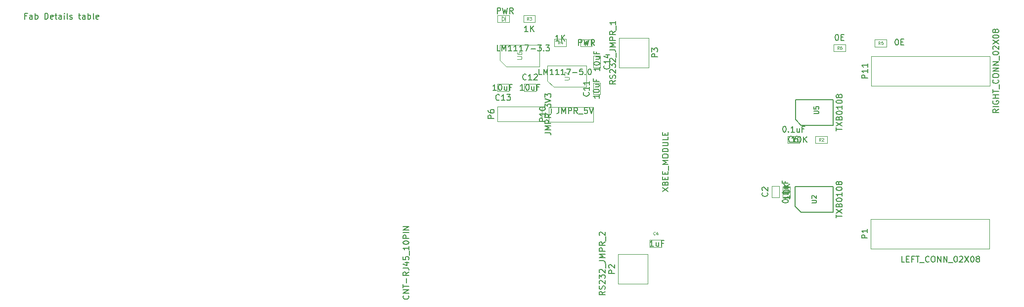
<source format=gbr>
G04 #@! TF.FileFunction,Other,Fab,Top*
%FSLAX46Y46*%
G04 Gerber Fmt 4.6, Leading zero omitted, Abs format (unit mm)*
G04 Created by KiCad (PCBNEW 4.0.4-stable) date 04/28/17 11:07:38*
%MOMM*%
%LPD*%
G01*
G04 APERTURE LIST*
%ADD10C,0.100000*%
%ADD11C,0.150000*%
%ADD12C,0.075000*%
%ADD13C,0.120000*%
G04 APERTURE END LIST*
D10*
X177300000Y-74180000D02*
X177300000Y-75420000D01*
X175300000Y-74180000D02*
X177300000Y-74180000D01*
X175300000Y-75420000D02*
X175300000Y-74180000D01*
X177300000Y-75420000D02*
X175300000Y-75420000D01*
X165940000Y-100480000D02*
X164700000Y-100480000D01*
X165940000Y-98480000D02*
X165940000Y-100480000D01*
X164700000Y-98480000D02*
X165940000Y-98480000D01*
X164700000Y-100480000D02*
X164700000Y-98480000D01*
X143810000Y-109010000D02*
X143810000Y-107770000D01*
X145810000Y-109010000D02*
X143810000Y-109010000D01*
X145810000Y-107770000D02*
X145810000Y-109010000D01*
X143810000Y-107770000D02*
X145810000Y-107770000D01*
X169450000Y-89920000D02*
X169450000Y-91160000D01*
X167450000Y-89920000D02*
X169450000Y-89920000D01*
X167450000Y-91160000D02*
X167450000Y-89920000D01*
X169450000Y-91160000D02*
X167450000Y-91160000D01*
X135340000Y-82800000D02*
X134100000Y-82800000D01*
X135340000Y-80800000D02*
X135340000Y-82800000D01*
X134100000Y-80800000D02*
X135340000Y-80800000D01*
X134100000Y-82800000D02*
X134100000Y-80800000D01*
X122290000Y-82220000D02*
X122290000Y-80980000D01*
X124290000Y-82220000D02*
X122290000Y-82220000D01*
X124290000Y-80980000D02*
X124290000Y-82220000D01*
X122290000Y-80980000D02*
X124290000Y-80980000D01*
X119690000Y-80970000D02*
X119690000Y-82210000D01*
X117690000Y-80970000D02*
X119690000Y-80970000D01*
X117690000Y-82210000D02*
X117690000Y-80970000D01*
X119690000Y-82210000D02*
X117690000Y-82210000D01*
X134120000Y-76170000D02*
X135360000Y-76170000D01*
X134120000Y-78170000D02*
X134120000Y-76170000D01*
X135360000Y-78170000D02*
X134120000Y-78170000D01*
X135360000Y-76170000D02*
X135360000Y-78170000D01*
X119110000Y-70190000D02*
X119110000Y-69390000D01*
X119110000Y-69790000D02*
X118510000Y-70190000D01*
X118510000Y-69390000D02*
X119110000Y-69790000D01*
X118510000Y-70190000D02*
X118510000Y-69390000D01*
X117710000Y-69190000D02*
X119710000Y-69190000D01*
X117710000Y-70390000D02*
X117710000Y-69190000D01*
X119710000Y-70390000D02*
X117710000Y-70390000D01*
X119710000Y-69190000D02*
X119710000Y-70390000D01*
X132520000Y-73520000D02*
X132520000Y-74320000D01*
X132520000Y-73920000D02*
X133120000Y-73520000D01*
X133120000Y-74320000D02*
X132520000Y-73920000D01*
X133120000Y-73520000D02*
X133120000Y-74320000D01*
X133920000Y-74520000D02*
X131920000Y-74520000D01*
X133920000Y-73320000D02*
X133920000Y-74520000D01*
X131920000Y-73320000D02*
X133920000Y-73320000D01*
X131920000Y-74520000D02*
X131920000Y-73320000D01*
X181680000Y-109240000D02*
X202000000Y-109240000D01*
X202000000Y-109240000D02*
X202000000Y-104160000D01*
X202000000Y-104160000D02*
X181680000Y-104160000D01*
X181680000Y-104160000D02*
X181680000Y-109240000D01*
X138390000Y-115310000D02*
X143470000Y-115310000D01*
X143470000Y-115310000D02*
X143470000Y-110230000D01*
X143470000Y-110230000D02*
X138390000Y-110230000D01*
X138390000Y-110230000D02*
X138390000Y-115310000D01*
X143630000Y-73080000D02*
X138550000Y-73080000D01*
X138550000Y-73080000D02*
X138550000Y-78160000D01*
X138550000Y-78160000D02*
X143630000Y-78160000D01*
X143630000Y-78160000D02*
X143630000Y-73080000D01*
X117740000Y-87430000D02*
X125360000Y-87430000D01*
X125360000Y-87430000D02*
X125360000Y-84890000D01*
X125360000Y-84890000D02*
X117740000Y-84890000D01*
X117740000Y-84890000D02*
X117740000Y-87430000D01*
X126530000Y-87480000D02*
X134150000Y-87480000D01*
X134150000Y-87480000D02*
X134150000Y-84940000D01*
X134150000Y-84940000D02*
X126530000Y-84940000D01*
X126530000Y-84940000D02*
X126530000Y-87480000D01*
X181700000Y-81320000D02*
X202020000Y-81320000D01*
X202020000Y-81320000D02*
X202020000Y-76240000D01*
X202020000Y-76240000D02*
X181700000Y-76240000D01*
X181700000Y-76240000D02*
X181700000Y-81320000D01*
X167840000Y-100570000D02*
X166600000Y-100570000D01*
X167840000Y-98570000D02*
X167840000Y-100570000D01*
X166600000Y-98570000D02*
X167840000Y-98570000D01*
X166600000Y-100570000D02*
X166600000Y-98570000D01*
X174170000Y-89940000D02*
X174170000Y-91180000D01*
X172170000Y-89940000D02*
X174170000Y-89940000D01*
X172170000Y-91180000D02*
X172170000Y-89940000D01*
X174170000Y-91180000D02*
X172170000Y-91180000D01*
X122160000Y-70440000D02*
X122160000Y-69200000D01*
X124160000Y-70440000D02*
X122160000Y-70440000D01*
X124160000Y-69200000D02*
X124160000Y-70440000D01*
X122160000Y-69200000D02*
X124160000Y-69200000D01*
X129480000Y-73300000D02*
X129480000Y-74540000D01*
X127480000Y-73300000D02*
X129480000Y-73300000D01*
X127480000Y-74540000D02*
X127480000Y-73300000D01*
X129480000Y-74540000D02*
X127480000Y-74540000D01*
X182330000Y-74590000D02*
X182330000Y-73350000D01*
X184330000Y-74590000D02*
X182330000Y-74590000D01*
X184330000Y-73350000D02*
X184330000Y-74590000D01*
X182330000Y-73350000D02*
X184330000Y-73350000D01*
D11*
X168710000Y-101990000D02*
X168710000Y-98590000D01*
X168710000Y-98590000D02*
X175210000Y-98590000D01*
X175210000Y-98590000D02*
X175210000Y-102990000D01*
X175210000Y-102990000D02*
X169710000Y-102990000D01*
X169710000Y-102990000D02*
X168710000Y-101990000D01*
X168740000Y-87060000D02*
X168740000Y-83660000D01*
X168740000Y-83660000D02*
X175240000Y-83660000D01*
X175240000Y-83660000D02*
X175240000Y-88060000D01*
X175240000Y-88060000D02*
X169740000Y-88060000D01*
X169740000Y-88060000D02*
X168740000Y-87060000D01*
D10*
X119230000Y-77980000D02*
X118180000Y-76930000D01*
X119230000Y-77980000D02*
X124880000Y-77980000D01*
X118180000Y-76930000D02*
X118180000Y-74280000D01*
X124880000Y-77980000D02*
X124880000Y-74280000D01*
X118180000Y-74280000D02*
X124880000Y-74280000D01*
X127330000Y-81520000D02*
X126280000Y-80470000D01*
X127330000Y-81520000D02*
X132980000Y-81520000D01*
X126280000Y-80470000D02*
X126280000Y-77820000D01*
X132980000Y-81520000D02*
X132980000Y-77820000D01*
X126280000Y-77820000D02*
X132980000Y-77820000D01*
D11*
X175800000Y-72502381D02*
X175895239Y-72502381D01*
X175990477Y-72550000D01*
X176038096Y-72597619D01*
X176085715Y-72692857D01*
X176133334Y-72883333D01*
X176133334Y-73121429D01*
X176085715Y-73311905D01*
X176038096Y-73407143D01*
X175990477Y-73454762D01*
X175895239Y-73502381D01*
X175800000Y-73502381D01*
X175704762Y-73454762D01*
X175657143Y-73407143D01*
X175609524Y-73311905D01*
X175561905Y-73121429D01*
X175561905Y-72883333D01*
X175609524Y-72692857D01*
X175657143Y-72597619D01*
X175704762Y-72550000D01*
X175800000Y-72502381D01*
X176561905Y-72978571D02*
X176895239Y-72978571D01*
X177038096Y-73502381D02*
X176561905Y-73502381D01*
X176561905Y-72502381D01*
X177038096Y-72502381D01*
D12*
X176216667Y-75026190D02*
X176050000Y-74788095D01*
X175930953Y-75026190D02*
X175930953Y-74526190D01*
X176121429Y-74526190D01*
X176169048Y-74550000D01*
X176192857Y-74573810D01*
X176216667Y-74621429D01*
X176216667Y-74692857D01*
X176192857Y-74740476D01*
X176169048Y-74764286D01*
X176121429Y-74788095D01*
X175930953Y-74788095D01*
X176645238Y-74526190D02*
X176550000Y-74526190D01*
X176502381Y-74550000D01*
X176478572Y-74573810D01*
X176430953Y-74645238D01*
X176407143Y-74740476D01*
X176407143Y-74930952D01*
X176430953Y-74978571D01*
X176454762Y-75002381D01*
X176502381Y-75026190D01*
X176597619Y-75026190D01*
X176645238Y-75002381D01*
X176669048Y-74978571D01*
X176692857Y-74930952D01*
X176692857Y-74811905D01*
X176669048Y-74764286D01*
X176645238Y-74740476D01*
X176597619Y-74716667D01*
X176502381Y-74716667D01*
X176454762Y-74740476D01*
X176430953Y-74764286D01*
X176407143Y-74811905D01*
D11*
X166522381Y-101122857D02*
X166522381Y-101027618D01*
X166570000Y-100932380D01*
X166617619Y-100884761D01*
X166712857Y-100837142D01*
X166903333Y-100789523D01*
X167141429Y-100789523D01*
X167331905Y-100837142D01*
X167427143Y-100884761D01*
X167474762Y-100932380D01*
X167522381Y-101027618D01*
X167522381Y-101122857D01*
X167474762Y-101218095D01*
X167427143Y-101265714D01*
X167331905Y-101313333D01*
X167141429Y-101360952D01*
X166903333Y-101360952D01*
X166712857Y-101313333D01*
X166617619Y-101265714D01*
X166570000Y-101218095D01*
X166522381Y-101122857D01*
X167427143Y-100360952D02*
X167474762Y-100313333D01*
X167522381Y-100360952D01*
X167474762Y-100408571D01*
X167427143Y-100360952D01*
X167522381Y-100360952D01*
X167522381Y-99360952D02*
X167522381Y-99932381D01*
X167522381Y-99646667D02*
X166522381Y-99646667D01*
X166665238Y-99741905D01*
X166760476Y-99837143D01*
X166808095Y-99932381D01*
X166855714Y-98503809D02*
X167522381Y-98503809D01*
X166855714Y-98932381D02*
X167379524Y-98932381D01*
X167474762Y-98884762D01*
X167522381Y-98789524D01*
X167522381Y-98646666D01*
X167474762Y-98551428D01*
X167427143Y-98503809D01*
X166998571Y-97694285D02*
X166998571Y-98027619D01*
X167522381Y-98027619D02*
X166522381Y-98027619D01*
X166522381Y-97551428D01*
X163927143Y-99646666D02*
X163974762Y-99694285D01*
X164022381Y-99837142D01*
X164022381Y-99932380D01*
X163974762Y-100075238D01*
X163879524Y-100170476D01*
X163784286Y-100218095D01*
X163593810Y-100265714D01*
X163450952Y-100265714D01*
X163260476Y-100218095D01*
X163165238Y-100170476D01*
X163070000Y-100075238D01*
X163022381Y-99932380D01*
X163022381Y-99837142D01*
X163070000Y-99694285D01*
X163117619Y-99646666D01*
X163117619Y-99265714D02*
X163070000Y-99218095D01*
X163022381Y-99122857D01*
X163022381Y-98884761D01*
X163070000Y-98789523D01*
X163117619Y-98741904D01*
X163212857Y-98694285D01*
X163308095Y-98694285D01*
X163450952Y-98741904D01*
X164022381Y-99313333D01*
X164022381Y-98694285D01*
X144454762Y-108832381D02*
X143883333Y-108832381D01*
X144169047Y-108832381D02*
X144169047Y-107832381D01*
X144073809Y-107975238D01*
X143978571Y-108070476D01*
X143883333Y-108118095D01*
X145311905Y-108165714D02*
X145311905Y-108832381D01*
X144883333Y-108165714D02*
X144883333Y-108689524D01*
X144930952Y-108784762D01*
X145026190Y-108832381D01*
X145169048Y-108832381D01*
X145264286Y-108784762D01*
X145311905Y-108737143D01*
X146121429Y-108308571D02*
X145788095Y-108308571D01*
X145788095Y-108832381D02*
X145788095Y-107832381D01*
X146264286Y-107832381D01*
D10*
X144726667Y-106818571D02*
X144702857Y-106842381D01*
X144631429Y-106866190D01*
X144583810Y-106866190D01*
X144512381Y-106842381D01*
X144464762Y-106794762D01*
X144440953Y-106747143D01*
X144417143Y-106651905D01*
X144417143Y-106580476D01*
X144440953Y-106485238D01*
X144464762Y-106437619D01*
X144512381Y-106390000D01*
X144583810Y-106366190D01*
X144631429Y-106366190D01*
X144702857Y-106390000D01*
X144726667Y-106413810D01*
X145155238Y-106532857D02*
X145155238Y-106866190D01*
X145036191Y-106342381D02*
X144917143Y-106699524D01*
X145226667Y-106699524D01*
D11*
X166807143Y-88242381D02*
X166902382Y-88242381D01*
X166997620Y-88290000D01*
X167045239Y-88337619D01*
X167092858Y-88432857D01*
X167140477Y-88623333D01*
X167140477Y-88861429D01*
X167092858Y-89051905D01*
X167045239Y-89147143D01*
X166997620Y-89194762D01*
X166902382Y-89242381D01*
X166807143Y-89242381D01*
X166711905Y-89194762D01*
X166664286Y-89147143D01*
X166616667Y-89051905D01*
X166569048Y-88861429D01*
X166569048Y-88623333D01*
X166616667Y-88432857D01*
X166664286Y-88337619D01*
X166711905Y-88290000D01*
X166807143Y-88242381D01*
X167569048Y-89147143D02*
X167616667Y-89194762D01*
X167569048Y-89242381D01*
X167521429Y-89194762D01*
X167569048Y-89147143D01*
X167569048Y-89242381D01*
X168569048Y-89242381D02*
X167997619Y-89242381D01*
X168283333Y-89242381D02*
X168283333Y-88242381D01*
X168188095Y-88385238D01*
X168092857Y-88480476D01*
X167997619Y-88528095D01*
X169426191Y-88575714D02*
X169426191Y-89242381D01*
X168997619Y-88575714D02*
X168997619Y-89099524D01*
X169045238Y-89194762D01*
X169140476Y-89242381D01*
X169283334Y-89242381D01*
X169378572Y-89194762D01*
X169426191Y-89147143D01*
X170235715Y-88718571D02*
X169902381Y-88718571D01*
X169902381Y-89242381D02*
X169902381Y-88242381D01*
X170378572Y-88242381D01*
X168223334Y-90897143D02*
X168175715Y-90944762D01*
X168032858Y-90992381D01*
X167937620Y-90992381D01*
X167794762Y-90944762D01*
X167699524Y-90849524D01*
X167651905Y-90754286D01*
X167604286Y-90563810D01*
X167604286Y-90420952D01*
X167651905Y-90230476D01*
X167699524Y-90135238D01*
X167794762Y-90040000D01*
X167937620Y-89992381D01*
X168032858Y-89992381D01*
X168175715Y-90040000D01*
X168223334Y-90087619D01*
X169080477Y-89992381D02*
X168890000Y-89992381D01*
X168794762Y-90040000D01*
X168747143Y-90087619D01*
X168651905Y-90230476D01*
X168604286Y-90420952D01*
X168604286Y-90801905D01*
X168651905Y-90897143D01*
X168699524Y-90944762D01*
X168794762Y-90992381D01*
X168985239Y-90992381D01*
X169080477Y-90944762D01*
X169128096Y-90897143D01*
X169175715Y-90801905D01*
X169175715Y-90563810D01*
X169128096Y-90468571D01*
X169080477Y-90420952D01*
X168985239Y-90373333D01*
X168794762Y-90373333D01*
X168699524Y-90420952D01*
X168651905Y-90468571D01*
X168604286Y-90563810D01*
X135152381Y-82841428D02*
X135152381Y-83412857D01*
X135152381Y-83127143D02*
X134152381Y-83127143D01*
X134295238Y-83222381D01*
X134390476Y-83317619D01*
X134438095Y-83412857D01*
X134152381Y-82222381D02*
X134152381Y-82127142D01*
X134200000Y-82031904D01*
X134247619Y-81984285D01*
X134342857Y-81936666D01*
X134533333Y-81889047D01*
X134771429Y-81889047D01*
X134961905Y-81936666D01*
X135057143Y-81984285D01*
X135104762Y-82031904D01*
X135152381Y-82127142D01*
X135152381Y-82222381D01*
X135104762Y-82317619D01*
X135057143Y-82365238D01*
X134961905Y-82412857D01*
X134771429Y-82460476D01*
X134533333Y-82460476D01*
X134342857Y-82412857D01*
X134247619Y-82365238D01*
X134200000Y-82317619D01*
X134152381Y-82222381D01*
X134485714Y-81031904D02*
X135152381Y-81031904D01*
X134485714Y-81460476D02*
X135009524Y-81460476D01*
X135104762Y-81412857D01*
X135152381Y-81317619D01*
X135152381Y-81174761D01*
X135104762Y-81079523D01*
X135057143Y-81031904D01*
X134628571Y-80222380D02*
X134628571Y-80555714D01*
X135152381Y-80555714D02*
X134152381Y-80555714D01*
X134152381Y-80079523D01*
X133327143Y-82442857D02*
X133374762Y-82490476D01*
X133422381Y-82633333D01*
X133422381Y-82728571D01*
X133374762Y-82871429D01*
X133279524Y-82966667D01*
X133184286Y-83014286D01*
X132993810Y-83061905D01*
X132850952Y-83061905D01*
X132660476Y-83014286D01*
X132565238Y-82966667D01*
X132470000Y-82871429D01*
X132422381Y-82728571D01*
X132422381Y-82633333D01*
X132470000Y-82490476D01*
X132517619Y-82442857D01*
X133422381Y-81490476D02*
X133422381Y-82061905D01*
X133422381Y-81776191D02*
X132422381Y-81776191D01*
X132565238Y-81871429D01*
X132660476Y-81966667D01*
X132708095Y-82061905D01*
X133422381Y-80538095D02*
X133422381Y-81109524D01*
X133422381Y-80823810D02*
X132422381Y-80823810D01*
X132565238Y-80919048D01*
X132660476Y-81014286D01*
X132708095Y-81109524D01*
X122198572Y-82042381D02*
X121627143Y-82042381D01*
X121912857Y-82042381D02*
X121912857Y-81042381D01*
X121817619Y-81185238D01*
X121722381Y-81280476D01*
X121627143Y-81328095D01*
X122817619Y-81042381D02*
X122912858Y-81042381D01*
X123008096Y-81090000D01*
X123055715Y-81137619D01*
X123103334Y-81232857D01*
X123150953Y-81423333D01*
X123150953Y-81661429D01*
X123103334Y-81851905D01*
X123055715Y-81947143D01*
X123008096Y-81994762D01*
X122912858Y-82042381D01*
X122817619Y-82042381D01*
X122722381Y-81994762D01*
X122674762Y-81947143D01*
X122627143Y-81851905D01*
X122579524Y-81661429D01*
X122579524Y-81423333D01*
X122627143Y-81232857D01*
X122674762Y-81137619D01*
X122722381Y-81090000D01*
X122817619Y-81042381D01*
X124008096Y-81375714D02*
X124008096Y-82042381D01*
X123579524Y-81375714D02*
X123579524Y-81899524D01*
X123627143Y-81994762D01*
X123722381Y-82042381D01*
X123865239Y-82042381D01*
X123960477Y-81994762D01*
X124008096Y-81947143D01*
X124817620Y-81518571D02*
X124484286Y-81518571D01*
X124484286Y-82042381D02*
X124484286Y-81042381D01*
X124960477Y-81042381D01*
X122647143Y-80207143D02*
X122599524Y-80254762D01*
X122456667Y-80302381D01*
X122361429Y-80302381D01*
X122218571Y-80254762D01*
X122123333Y-80159524D01*
X122075714Y-80064286D01*
X122028095Y-79873810D01*
X122028095Y-79730952D01*
X122075714Y-79540476D01*
X122123333Y-79445238D01*
X122218571Y-79350000D01*
X122361429Y-79302381D01*
X122456667Y-79302381D01*
X122599524Y-79350000D01*
X122647143Y-79397619D01*
X123599524Y-80302381D02*
X123028095Y-80302381D01*
X123313809Y-80302381D02*
X123313809Y-79302381D01*
X123218571Y-79445238D01*
X123123333Y-79540476D01*
X123028095Y-79588095D01*
X123980476Y-79397619D02*
X124028095Y-79350000D01*
X124123333Y-79302381D01*
X124361429Y-79302381D01*
X124456667Y-79350000D01*
X124504286Y-79397619D01*
X124551905Y-79492857D01*
X124551905Y-79588095D01*
X124504286Y-79730952D01*
X123932857Y-80302381D01*
X124551905Y-80302381D01*
X117508572Y-82062381D02*
X116937143Y-82062381D01*
X117222857Y-82062381D02*
X117222857Y-81062381D01*
X117127619Y-81205238D01*
X117032381Y-81300476D01*
X116937143Y-81348095D01*
X118127619Y-81062381D02*
X118222858Y-81062381D01*
X118318096Y-81110000D01*
X118365715Y-81157619D01*
X118413334Y-81252857D01*
X118460953Y-81443333D01*
X118460953Y-81681429D01*
X118413334Y-81871905D01*
X118365715Y-81967143D01*
X118318096Y-82014762D01*
X118222858Y-82062381D01*
X118127619Y-82062381D01*
X118032381Y-82014762D01*
X117984762Y-81967143D01*
X117937143Y-81871905D01*
X117889524Y-81681429D01*
X117889524Y-81443333D01*
X117937143Y-81252857D01*
X117984762Y-81157619D01*
X118032381Y-81110000D01*
X118127619Y-81062381D01*
X119318096Y-81395714D02*
X119318096Y-82062381D01*
X118889524Y-81395714D02*
X118889524Y-81919524D01*
X118937143Y-82014762D01*
X119032381Y-82062381D01*
X119175239Y-82062381D01*
X119270477Y-82014762D01*
X119318096Y-81967143D01*
X120127620Y-81538571D02*
X119794286Y-81538571D01*
X119794286Y-82062381D02*
X119794286Y-81062381D01*
X120270477Y-81062381D01*
X118047143Y-83697143D02*
X117999524Y-83744762D01*
X117856667Y-83792381D01*
X117761429Y-83792381D01*
X117618571Y-83744762D01*
X117523333Y-83649524D01*
X117475714Y-83554286D01*
X117428095Y-83363810D01*
X117428095Y-83220952D01*
X117475714Y-83030476D01*
X117523333Y-82935238D01*
X117618571Y-82840000D01*
X117761429Y-82792381D01*
X117856667Y-82792381D01*
X117999524Y-82840000D01*
X118047143Y-82887619D01*
X118999524Y-83792381D02*
X118428095Y-83792381D01*
X118713809Y-83792381D02*
X118713809Y-82792381D01*
X118618571Y-82935238D01*
X118523333Y-83030476D01*
X118428095Y-83078095D01*
X119332857Y-82792381D02*
X119951905Y-82792381D01*
X119618571Y-83173333D01*
X119761429Y-83173333D01*
X119856667Y-83220952D01*
X119904286Y-83268571D01*
X119951905Y-83363810D01*
X119951905Y-83601905D01*
X119904286Y-83697143D01*
X119856667Y-83744762D01*
X119761429Y-83792381D01*
X119475714Y-83792381D01*
X119380476Y-83744762D01*
X119332857Y-83697143D01*
X135212381Y-78131428D02*
X135212381Y-78702857D01*
X135212381Y-78417143D02*
X134212381Y-78417143D01*
X134355238Y-78512381D01*
X134450476Y-78607619D01*
X134498095Y-78702857D01*
X134212381Y-77512381D02*
X134212381Y-77417142D01*
X134260000Y-77321904D01*
X134307619Y-77274285D01*
X134402857Y-77226666D01*
X134593333Y-77179047D01*
X134831429Y-77179047D01*
X135021905Y-77226666D01*
X135117143Y-77274285D01*
X135164762Y-77321904D01*
X135212381Y-77417142D01*
X135212381Y-77512381D01*
X135164762Y-77607619D01*
X135117143Y-77655238D01*
X135021905Y-77702857D01*
X134831429Y-77750476D01*
X134593333Y-77750476D01*
X134402857Y-77702857D01*
X134307619Y-77655238D01*
X134260000Y-77607619D01*
X134212381Y-77512381D01*
X134545714Y-76321904D02*
X135212381Y-76321904D01*
X134545714Y-76750476D02*
X135069524Y-76750476D01*
X135164762Y-76702857D01*
X135212381Y-76607619D01*
X135212381Y-76464761D01*
X135164762Y-76369523D01*
X135117143Y-76321904D01*
X134688571Y-75512380D02*
X134688571Y-75845714D01*
X135212381Y-75845714D02*
X134212381Y-75845714D01*
X134212381Y-75369523D01*
X136847143Y-77812857D02*
X136894762Y-77860476D01*
X136942381Y-78003333D01*
X136942381Y-78098571D01*
X136894762Y-78241429D01*
X136799524Y-78336667D01*
X136704286Y-78384286D01*
X136513810Y-78431905D01*
X136370952Y-78431905D01*
X136180476Y-78384286D01*
X136085238Y-78336667D01*
X135990000Y-78241429D01*
X135942381Y-78098571D01*
X135942381Y-78003333D01*
X135990000Y-77860476D01*
X136037619Y-77812857D01*
X136942381Y-76860476D02*
X136942381Y-77431905D01*
X136942381Y-77146191D02*
X135942381Y-77146191D01*
X136085238Y-77241429D01*
X136180476Y-77336667D01*
X136228095Y-77431905D01*
X136275714Y-76003333D02*
X136942381Y-76003333D01*
X135894762Y-76241429D02*
X136609048Y-76479524D01*
X136609048Y-75860476D01*
X117676667Y-68922381D02*
X117676667Y-67922381D01*
X118057620Y-67922381D01*
X118152858Y-67970000D01*
X118200477Y-68017619D01*
X118248096Y-68112857D01*
X118248096Y-68255714D01*
X118200477Y-68350952D01*
X118152858Y-68398571D01*
X118057620Y-68446190D01*
X117676667Y-68446190D01*
X118581429Y-67922381D02*
X118819524Y-68922381D01*
X119010001Y-68208095D01*
X119200477Y-68922381D01*
X119438572Y-67922381D01*
X120390953Y-68922381D02*
X120057619Y-68446190D01*
X119819524Y-68922381D02*
X119819524Y-67922381D01*
X120200477Y-67922381D01*
X120295715Y-67970000D01*
X120343334Y-68017619D01*
X120390953Y-68112857D01*
X120390953Y-68255714D01*
X120343334Y-68350952D01*
X120295715Y-68398571D01*
X120200477Y-68446190D01*
X119819524Y-68446190D01*
X131626667Y-74362381D02*
X131626667Y-73362381D01*
X132007620Y-73362381D01*
X132102858Y-73410000D01*
X132150477Y-73457619D01*
X132198096Y-73552857D01*
X132198096Y-73695714D01*
X132150477Y-73790952D01*
X132102858Y-73838571D01*
X132007620Y-73886190D01*
X131626667Y-73886190D01*
X132531429Y-73362381D02*
X132769524Y-74362381D01*
X132960001Y-73648095D01*
X133150477Y-74362381D01*
X133388572Y-73362381D01*
X134340953Y-74362381D02*
X134007619Y-73886190D01*
X133769524Y-74362381D02*
X133769524Y-73362381D01*
X134150477Y-73362381D01*
X134245715Y-73410000D01*
X134293334Y-73457619D01*
X134340953Y-73552857D01*
X134340953Y-73695714D01*
X134293334Y-73790952D01*
X134245715Y-73838571D01*
X134150477Y-73886190D01*
X133769524Y-73886190D01*
X187423333Y-111532381D02*
X186947142Y-111532381D01*
X186947142Y-110532381D01*
X187756666Y-111008571D02*
X188090000Y-111008571D01*
X188232857Y-111532381D02*
X187756666Y-111532381D01*
X187756666Y-110532381D01*
X188232857Y-110532381D01*
X188994762Y-111008571D02*
X188661428Y-111008571D01*
X188661428Y-111532381D02*
X188661428Y-110532381D01*
X189137619Y-110532381D01*
X189375714Y-110532381D02*
X189947143Y-110532381D01*
X189661428Y-111532381D02*
X189661428Y-110532381D01*
X190042381Y-111627619D02*
X190804286Y-111627619D01*
X191613810Y-111437143D02*
X191566191Y-111484762D01*
X191423334Y-111532381D01*
X191328096Y-111532381D01*
X191185238Y-111484762D01*
X191090000Y-111389524D01*
X191042381Y-111294286D01*
X190994762Y-111103810D01*
X190994762Y-110960952D01*
X191042381Y-110770476D01*
X191090000Y-110675238D01*
X191185238Y-110580000D01*
X191328096Y-110532381D01*
X191423334Y-110532381D01*
X191566191Y-110580000D01*
X191613810Y-110627619D01*
X192232857Y-110532381D02*
X192423334Y-110532381D01*
X192518572Y-110580000D01*
X192613810Y-110675238D01*
X192661429Y-110865714D01*
X192661429Y-111199048D01*
X192613810Y-111389524D01*
X192518572Y-111484762D01*
X192423334Y-111532381D01*
X192232857Y-111532381D01*
X192137619Y-111484762D01*
X192042381Y-111389524D01*
X191994762Y-111199048D01*
X191994762Y-110865714D01*
X192042381Y-110675238D01*
X192137619Y-110580000D01*
X192232857Y-110532381D01*
X193090000Y-111532381D02*
X193090000Y-110532381D01*
X193661429Y-111532381D01*
X193661429Y-110532381D01*
X194137619Y-111532381D02*
X194137619Y-110532381D01*
X194709048Y-111532381D01*
X194709048Y-110532381D01*
X194947143Y-111627619D02*
X195709048Y-111627619D01*
X196137619Y-110532381D02*
X196232858Y-110532381D01*
X196328096Y-110580000D01*
X196375715Y-110627619D01*
X196423334Y-110722857D01*
X196470953Y-110913333D01*
X196470953Y-111151429D01*
X196423334Y-111341905D01*
X196375715Y-111437143D01*
X196328096Y-111484762D01*
X196232858Y-111532381D01*
X196137619Y-111532381D01*
X196042381Y-111484762D01*
X195994762Y-111437143D01*
X195947143Y-111341905D01*
X195899524Y-111151429D01*
X195899524Y-110913333D01*
X195947143Y-110722857D01*
X195994762Y-110627619D01*
X196042381Y-110580000D01*
X196137619Y-110532381D01*
X196851905Y-110627619D02*
X196899524Y-110580000D01*
X196994762Y-110532381D01*
X197232858Y-110532381D01*
X197328096Y-110580000D01*
X197375715Y-110627619D01*
X197423334Y-110722857D01*
X197423334Y-110818095D01*
X197375715Y-110960952D01*
X196804286Y-111532381D01*
X197423334Y-111532381D01*
X197756667Y-110532381D02*
X198423334Y-111532381D01*
X198423334Y-110532381D02*
X197756667Y-111532381D01*
X198994762Y-110532381D02*
X199090001Y-110532381D01*
X199185239Y-110580000D01*
X199232858Y-110627619D01*
X199280477Y-110722857D01*
X199328096Y-110913333D01*
X199328096Y-111151429D01*
X199280477Y-111341905D01*
X199232858Y-111437143D01*
X199185239Y-111484762D01*
X199090001Y-111532381D01*
X198994762Y-111532381D01*
X198899524Y-111484762D01*
X198851905Y-111437143D01*
X198804286Y-111341905D01*
X198756667Y-111151429D01*
X198756667Y-110913333D01*
X198804286Y-110722857D01*
X198851905Y-110627619D01*
X198899524Y-110580000D01*
X198994762Y-110532381D01*
X199899524Y-110960952D02*
X199804286Y-110913333D01*
X199756667Y-110865714D01*
X199709048Y-110770476D01*
X199709048Y-110722857D01*
X199756667Y-110627619D01*
X199804286Y-110580000D01*
X199899524Y-110532381D01*
X200090001Y-110532381D01*
X200185239Y-110580000D01*
X200232858Y-110627619D01*
X200280477Y-110722857D01*
X200280477Y-110770476D01*
X200232858Y-110865714D01*
X200185239Y-110913333D01*
X200090001Y-110960952D01*
X199899524Y-110960952D01*
X199804286Y-111008571D01*
X199756667Y-111056190D01*
X199709048Y-111151429D01*
X199709048Y-111341905D01*
X199756667Y-111437143D01*
X199804286Y-111484762D01*
X199899524Y-111532381D01*
X200090001Y-111532381D01*
X200185239Y-111484762D01*
X200232858Y-111437143D01*
X200280477Y-111341905D01*
X200280477Y-111151429D01*
X200232858Y-111056190D01*
X200185239Y-111008571D01*
X200090001Y-110960952D01*
X181072381Y-107438095D02*
X180072381Y-107438095D01*
X180072381Y-107057142D01*
X180120000Y-106961904D01*
X180167619Y-106914285D01*
X180262857Y-106866666D01*
X180405714Y-106866666D01*
X180500952Y-106914285D01*
X180548571Y-106961904D01*
X180596190Y-107057142D01*
X180596190Y-107438095D01*
X181072381Y-105914285D02*
X181072381Y-106485714D01*
X181072381Y-106200000D02*
X180072381Y-106200000D01*
X180215238Y-106295238D01*
X180310476Y-106390476D01*
X180358095Y-106485714D01*
X136142381Y-116585714D02*
X135666190Y-116919048D01*
X136142381Y-117157143D02*
X135142381Y-117157143D01*
X135142381Y-116776190D01*
X135190000Y-116680952D01*
X135237619Y-116633333D01*
X135332857Y-116585714D01*
X135475714Y-116585714D01*
X135570952Y-116633333D01*
X135618571Y-116680952D01*
X135666190Y-116776190D01*
X135666190Y-117157143D01*
X136094762Y-116204762D02*
X136142381Y-116061905D01*
X136142381Y-115823809D01*
X136094762Y-115728571D01*
X136047143Y-115680952D01*
X135951905Y-115633333D01*
X135856667Y-115633333D01*
X135761429Y-115680952D01*
X135713810Y-115728571D01*
X135666190Y-115823809D01*
X135618571Y-116014286D01*
X135570952Y-116109524D01*
X135523333Y-116157143D01*
X135428095Y-116204762D01*
X135332857Y-116204762D01*
X135237619Y-116157143D01*
X135190000Y-116109524D01*
X135142381Y-116014286D01*
X135142381Y-115776190D01*
X135190000Y-115633333D01*
X135237619Y-115252381D02*
X135190000Y-115204762D01*
X135142381Y-115109524D01*
X135142381Y-114871428D01*
X135190000Y-114776190D01*
X135237619Y-114728571D01*
X135332857Y-114680952D01*
X135428095Y-114680952D01*
X135570952Y-114728571D01*
X136142381Y-115300000D01*
X136142381Y-114680952D01*
X135142381Y-114347619D02*
X135142381Y-113728571D01*
X135523333Y-114061905D01*
X135523333Y-113919047D01*
X135570952Y-113823809D01*
X135618571Y-113776190D01*
X135713810Y-113728571D01*
X135951905Y-113728571D01*
X136047143Y-113776190D01*
X136094762Y-113823809D01*
X136142381Y-113919047D01*
X136142381Y-114204762D01*
X136094762Y-114300000D01*
X136047143Y-114347619D01*
X135237619Y-113347619D02*
X135190000Y-113300000D01*
X135142381Y-113204762D01*
X135142381Y-112966666D01*
X135190000Y-112871428D01*
X135237619Y-112823809D01*
X135332857Y-112776190D01*
X135428095Y-112776190D01*
X135570952Y-112823809D01*
X136142381Y-113395238D01*
X136142381Y-112776190D01*
X136237619Y-112585714D02*
X136237619Y-111823809D01*
X135142381Y-111299999D02*
X135856667Y-111299999D01*
X135999524Y-111347619D01*
X136094762Y-111442857D01*
X136142381Y-111585714D01*
X136142381Y-111680952D01*
X136142381Y-110823809D02*
X135142381Y-110823809D01*
X135856667Y-110490475D01*
X135142381Y-110157142D01*
X136142381Y-110157142D01*
X136142381Y-109680952D02*
X135142381Y-109680952D01*
X135142381Y-109299999D01*
X135190000Y-109204761D01*
X135237619Y-109157142D01*
X135332857Y-109109523D01*
X135475714Y-109109523D01*
X135570952Y-109157142D01*
X135618571Y-109204761D01*
X135666190Y-109299999D01*
X135666190Y-109680952D01*
X136142381Y-108109523D02*
X135666190Y-108442857D01*
X136142381Y-108680952D02*
X135142381Y-108680952D01*
X135142381Y-108299999D01*
X135190000Y-108204761D01*
X135237619Y-108157142D01*
X135332857Y-108109523D01*
X135475714Y-108109523D01*
X135570952Y-108157142D01*
X135618571Y-108204761D01*
X135666190Y-108299999D01*
X135666190Y-108680952D01*
X136237619Y-107919047D02*
X136237619Y-107157142D01*
X135237619Y-106966666D02*
X135190000Y-106919047D01*
X135142381Y-106823809D01*
X135142381Y-106585713D01*
X135190000Y-106490475D01*
X135237619Y-106442856D01*
X135332857Y-106395237D01*
X135428095Y-106395237D01*
X135570952Y-106442856D01*
X136142381Y-107014285D01*
X136142381Y-106395237D01*
X137782381Y-113508095D02*
X136782381Y-113508095D01*
X136782381Y-113127142D01*
X136830000Y-113031904D01*
X136877619Y-112984285D01*
X136972857Y-112936666D01*
X137115714Y-112936666D01*
X137210952Y-112984285D01*
X137258571Y-113031904D01*
X137306190Y-113127142D01*
X137306190Y-113508095D01*
X136877619Y-112555714D02*
X136830000Y-112508095D01*
X136782381Y-112412857D01*
X136782381Y-112174761D01*
X136830000Y-112079523D01*
X136877619Y-112031904D01*
X136972857Y-111984285D01*
X137068095Y-111984285D01*
X137210952Y-112031904D01*
X137782381Y-112603333D01*
X137782381Y-111984285D01*
X137942381Y-80405714D02*
X137466190Y-80739048D01*
X137942381Y-80977143D02*
X136942381Y-80977143D01*
X136942381Y-80596190D01*
X136990000Y-80500952D01*
X137037619Y-80453333D01*
X137132857Y-80405714D01*
X137275714Y-80405714D01*
X137370952Y-80453333D01*
X137418571Y-80500952D01*
X137466190Y-80596190D01*
X137466190Y-80977143D01*
X137894762Y-80024762D02*
X137942381Y-79881905D01*
X137942381Y-79643809D01*
X137894762Y-79548571D01*
X137847143Y-79500952D01*
X137751905Y-79453333D01*
X137656667Y-79453333D01*
X137561429Y-79500952D01*
X137513810Y-79548571D01*
X137466190Y-79643809D01*
X137418571Y-79834286D01*
X137370952Y-79929524D01*
X137323333Y-79977143D01*
X137228095Y-80024762D01*
X137132857Y-80024762D01*
X137037619Y-79977143D01*
X136990000Y-79929524D01*
X136942381Y-79834286D01*
X136942381Y-79596190D01*
X136990000Y-79453333D01*
X137037619Y-79072381D02*
X136990000Y-79024762D01*
X136942381Y-78929524D01*
X136942381Y-78691428D01*
X136990000Y-78596190D01*
X137037619Y-78548571D01*
X137132857Y-78500952D01*
X137228095Y-78500952D01*
X137370952Y-78548571D01*
X137942381Y-79120000D01*
X137942381Y-78500952D01*
X136942381Y-78167619D02*
X136942381Y-77548571D01*
X137323333Y-77881905D01*
X137323333Y-77739047D01*
X137370952Y-77643809D01*
X137418571Y-77596190D01*
X137513810Y-77548571D01*
X137751905Y-77548571D01*
X137847143Y-77596190D01*
X137894762Y-77643809D01*
X137942381Y-77739047D01*
X137942381Y-78024762D01*
X137894762Y-78120000D01*
X137847143Y-78167619D01*
X137037619Y-77167619D02*
X136990000Y-77120000D01*
X136942381Y-77024762D01*
X136942381Y-76786666D01*
X136990000Y-76691428D01*
X137037619Y-76643809D01*
X137132857Y-76596190D01*
X137228095Y-76596190D01*
X137370952Y-76643809D01*
X137942381Y-77215238D01*
X137942381Y-76596190D01*
X138037619Y-76405714D02*
X138037619Y-75643809D01*
X136942381Y-75119999D02*
X137656667Y-75119999D01*
X137799524Y-75167619D01*
X137894762Y-75262857D01*
X137942381Y-75405714D01*
X137942381Y-75500952D01*
X137942381Y-74643809D02*
X136942381Y-74643809D01*
X137656667Y-74310475D01*
X136942381Y-73977142D01*
X137942381Y-73977142D01*
X137942381Y-73500952D02*
X136942381Y-73500952D01*
X136942381Y-73119999D01*
X136990000Y-73024761D01*
X137037619Y-72977142D01*
X137132857Y-72929523D01*
X137275714Y-72929523D01*
X137370952Y-72977142D01*
X137418571Y-73024761D01*
X137466190Y-73119999D01*
X137466190Y-73500952D01*
X137942381Y-71929523D02*
X137466190Y-72262857D01*
X137942381Y-72500952D02*
X136942381Y-72500952D01*
X136942381Y-72119999D01*
X136990000Y-72024761D01*
X137037619Y-71977142D01*
X137132857Y-71929523D01*
X137275714Y-71929523D01*
X137370952Y-71977142D01*
X137418571Y-72024761D01*
X137466190Y-72119999D01*
X137466190Y-72500952D01*
X138037619Y-71739047D02*
X138037619Y-70977142D01*
X137942381Y-70215237D02*
X137942381Y-70786666D01*
X137942381Y-70500952D02*
X136942381Y-70500952D01*
X137085238Y-70596190D01*
X137180476Y-70691428D01*
X137228095Y-70786666D01*
X145142381Y-76358095D02*
X144142381Y-76358095D01*
X144142381Y-75977142D01*
X144190000Y-75881904D01*
X144237619Y-75834285D01*
X144332857Y-75786666D01*
X144475714Y-75786666D01*
X144570952Y-75834285D01*
X144618571Y-75881904D01*
X144666190Y-75977142D01*
X144666190Y-76358095D01*
X144142381Y-75453333D02*
X144142381Y-74834285D01*
X144523333Y-75167619D01*
X144523333Y-75024761D01*
X144570952Y-74929523D01*
X144618571Y-74881904D01*
X144713810Y-74834285D01*
X144951905Y-74834285D01*
X145047143Y-74881904D01*
X145094762Y-74929523D01*
X145142381Y-75024761D01*
X145142381Y-75310476D01*
X145094762Y-75405714D01*
X145047143Y-75453333D01*
X125872381Y-89350476D02*
X126586667Y-89350476D01*
X126729524Y-89398096D01*
X126824762Y-89493334D01*
X126872381Y-89636191D01*
X126872381Y-89731429D01*
X126872381Y-88874286D02*
X125872381Y-88874286D01*
X126586667Y-88540952D01*
X125872381Y-88207619D01*
X126872381Y-88207619D01*
X126872381Y-87731429D02*
X125872381Y-87731429D01*
X125872381Y-87350476D01*
X125920000Y-87255238D01*
X125967619Y-87207619D01*
X126062857Y-87160000D01*
X126205714Y-87160000D01*
X126300952Y-87207619D01*
X126348571Y-87255238D01*
X126396190Y-87350476D01*
X126396190Y-87731429D01*
X126872381Y-86160000D02*
X126396190Y-86493334D01*
X126872381Y-86731429D02*
X125872381Y-86731429D01*
X125872381Y-86350476D01*
X125920000Y-86255238D01*
X125967619Y-86207619D01*
X126062857Y-86160000D01*
X126205714Y-86160000D01*
X126300952Y-86207619D01*
X126348571Y-86255238D01*
X126396190Y-86350476D01*
X126396190Y-86731429D01*
X126967619Y-85969524D02*
X126967619Y-85207619D01*
X125872381Y-85064762D02*
X125872381Y-84445714D01*
X126253333Y-84779048D01*
X126253333Y-84636190D01*
X126300952Y-84540952D01*
X126348571Y-84493333D01*
X126443810Y-84445714D01*
X126681905Y-84445714D01*
X126777143Y-84493333D01*
X126824762Y-84540952D01*
X126872381Y-84636190D01*
X126872381Y-84921905D01*
X126824762Y-85017143D01*
X126777143Y-85064762D01*
X125872381Y-84160000D02*
X126872381Y-83826667D01*
X125872381Y-83493333D01*
X125872381Y-83255238D02*
X125872381Y-82636190D01*
X126253333Y-82969524D01*
X126253333Y-82826666D01*
X126300952Y-82731428D01*
X126348571Y-82683809D01*
X126443810Y-82636190D01*
X126681905Y-82636190D01*
X126777143Y-82683809D01*
X126824762Y-82731428D01*
X126872381Y-82826666D01*
X126872381Y-83112381D01*
X126824762Y-83207619D01*
X126777143Y-83255238D01*
X117132381Y-86898095D02*
X116132381Y-86898095D01*
X116132381Y-86517142D01*
X116180000Y-86421904D01*
X116227619Y-86374285D01*
X116322857Y-86326666D01*
X116465714Y-86326666D01*
X116560952Y-86374285D01*
X116608571Y-86421904D01*
X116656190Y-86517142D01*
X116656190Y-86898095D01*
X116132381Y-85469523D02*
X116132381Y-85660000D01*
X116180000Y-85755238D01*
X116227619Y-85802857D01*
X116370476Y-85898095D01*
X116560952Y-85945714D01*
X116941905Y-85945714D01*
X117037143Y-85898095D01*
X117084762Y-85850476D01*
X117132381Y-85755238D01*
X117132381Y-85564761D01*
X117084762Y-85469523D01*
X117037143Y-85421904D01*
X116941905Y-85374285D01*
X116703810Y-85374285D01*
X116608571Y-85421904D01*
X116560952Y-85469523D01*
X116513333Y-85564761D01*
X116513333Y-85755238D01*
X116560952Y-85850476D01*
X116608571Y-85898095D01*
X116703810Y-85945714D01*
X102457143Y-117302857D02*
X102504762Y-117350476D01*
X102552381Y-117493333D01*
X102552381Y-117588571D01*
X102504762Y-117731429D01*
X102409524Y-117826667D01*
X102314286Y-117874286D01*
X102123810Y-117921905D01*
X101980952Y-117921905D01*
X101790476Y-117874286D01*
X101695238Y-117826667D01*
X101600000Y-117731429D01*
X101552381Y-117588571D01*
X101552381Y-117493333D01*
X101600000Y-117350476D01*
X101647619Y-117302857D01*
X102552381Y-116874286D02*
X101552381Y-116874286D01*
X102552381Y-116302857D01*
X101552381Y-116302857D01*
X101552381Y-115969524D02*
X101552381Y-115398095D01*
X102552381Y-115683810D02*
X101552381Y-115683810D01*
X102171429Y-115064762D02*
X102171429Y-114302857D01*
X102552381Y-113255238D02*
X102076190Y-113588572D01*
X102552381Y-113826667D02*
X101552381Y-113826667D01*
X101552381Y-113445714D01*
X101600000Y-113350476D01*
X101647619Y-113302857D01*
X101742857Y-113255238D01*
X101885714Y-113255238D01*
X101980952Y-113302857D01*
X102028571Y-113350476D01*
X102076190Y-113445714D01*
X102076190Y-113826667D01*
X101552381Y-112540952D02*
X102266667Y-112540952D01*
X102409524Y-112588572D01*
X102504762Y-112683810D01*
X102552381Y-112826667D01*
X102552381Y-112921905D01*
X101885714Y-111636190D02*
X102552381Y-111636190D01*
X101504762Y-111874286D02*
X102219048Y-112112381D01*
X102219048Y-111493333D01*
X101552381Y-110636190D02*
X101552381Y-111112381D01*
X102028571Y-111160000D01*
X101980952Y-111112381D01*
X101933333Y-111017143D01*
X101933333Y-110779047D01*
X101980952Y-110683809D01*
X102028571Y-110636190D01*
X102123810Y-110588571D01*
X102361905Y-110588571D01*
X102457143Y-110636190D01*
X102504762Y-110683809D01*
X102552381Y-110779047D01*
X102552381Y-111017143D01*
X102504762Y-111112381D01*
X102457143Y-111160000D01*
X102647619Y-110398095D02*
X102647619Y-109636190D01*
X102552381Y-108874285D02*
X102552381Y-109445714D01*
X102552381Y-109160000D02*
X101552381Y-109160000D01*
X101695238Y-109255238D01*
X101790476Y-109350476D01*
X101838095Y-109445714D01*
X101552381Y-108255238D02*
X101552381Y-108159999D01*
X101600000Y-108064761D01*
X101647619Y-108017142D01*
X101742857Y-107969523D01*
X101933333Y-107921904D01*
X102171429Y-107921904D01*
X102361905Y-107969523D01*
X102457143Y-108017142D01*
X102504762Y-108064761D01*
X102552381Y-108159999D01*
X102552381Y-108255238D01*
X102504762Y-108350476D01*
X102457143Y-108398095D01*
X102361905Y-108445714D01*
X102171429Y-108493333D01*
X101933333Y-108493333D01*
X101742857Y-108445714D01*
X101647619Y-108398095D01*
X101600000Y-108350476D01*
X101552381Y-108255238D01*
X102552381Y-107493333D02*
X101552381Y-107493333D01*
X101552381Y-107112380D01*
X101600000Y-107017142D01*
X101647619Y-106969523D01*
X101742857Y-106921904D01*
X101885714Y-106921904D01*
X101980952Y-106969523D01*
X102028571Y-107017142D01*
X102076190Y-107112380D01*
X102076190Y-107493333D01*
X102552381Y-106493333D02*
X101552381Y-106493333D01*
X102552381Y-106017143D02*
X101552381Y-106017143D01*
X102552381Y-105445714D01*
X101552381Y-105445714D01*
X128255715Y-85052381D02*
X128255715Y-85766667D01*
X128208095Y-85909524D01*
X128112857Y-86004762D01*
X127970000Y-86052381D01*
X127874762Y-86052381D01*
X128731905Y-86052381D02*
X128731905Y-85052381D01*
X129065239Y-85766667D01*
X129398572Y-85052381D01*
X129398572Y-86052381D01*
X129874762Y-86052381D02*
X129874762Y-85052381D01*
X130255715Y-85052381D01*
X130350953Y-85100000D01*
X130398572Y-85147619D01*
X130446191Y-85242857D01*
X130446191Y-85385714D01*
X130398572Y-85480952D01*
X130350953Y-85528571D01*
X130255715Y-85576190D01*
X129874762Y-85576190D01*
X131446191Y-86052381D02*
X131112857Y-85576190D01*
X130874762Y-86052381D02*
X130874762Y-85052381D01*
X131255715Y-85052381D01*
X131350953Y-85100000D01*
X131398572Y-85147619D01*
X131446191Y-85242857D01*
X131446191Y-85385714D01*
X131398572Y-85480952D01*
X131350953Y-85528571D01*
X131255715Y-85576190D01*
X130874762Y-85576190D01*
X131636667Y-86147619D02*
X132398572Y-86147619D01*
X133112858Y-85052381D02*
X132636667Y-85052381D01*
X132589048Y-85528571D01*
X132636667Y-85480952D01*
X132731905Y-85433333D01*
X132970001Y-85433333D01*
X133065239Y-85480952D01*
X133112858Y-85528571D01*
X133160477Y-85623810D01*
X133160477Y-85861905D01*
X133112858Y-85957143D01*
X133065239Y-86004762D01*
X132970001Y-86052381D01*
X132731905Y-86052381D01*
X132636667Y-86004762D01*
X132589048Y-85957143D01*
X133446191Y-85052381D02*
X133779524Y-86052381D01*
X134112858Y-85052381D01*
X125922381Y-87424286D02*
X124922381Y-87424286D01*
X124922381Y-87043333D01*
X124970000Y-86948095D01*
X125017619Y-86900476D01*
X125112857Y-86852857D01*
X125255714Y-86852857D01*
X125350952Y-86900476D01*
X125398571Y-86948095D01*
X125446190Y-87043333D01*
X125446190Y-87424286D01*
X125922381Y-85900476D02*
X125922381Y-86471905D01*
X125922381Y-86186191D02*
X124922381Y-86186191D01*
X125065238Y-86281429D01*
X125160476Y-86376667D01*
X125208095Y-86471905D01*
X124922381Y-85281429D02*
X124922381Y-85186190D01*
X124970000Y-85090952D01*
X125017619Y-85043333D01*
X125112857Y-84995714D01*
X125303333Y-84948095D01*
X125541429Y-84948095D01*
X125731905Y-84995714D01*
X125827143Y-85043333D01*
X125874762Y-85090952D01*
X125922381Y-85186190D01*
X125922381Y-85281429D01*
X125874762Y-85376667D01*
X125827143Y-85424286D01*
X125731905Y-85471905D01*
X125541429Y-85519524D01*
X125303333Y-85519524D01*
X125112857Y-85471905D01*
X125017619Y-85424286D01*
X124970000Y-85376667D01*
X124922381Y-85281429D01*
X203532381Y-85327619D02*
X203056190Y-85660953D01*
X203532381Y-85899048D02*
X202532381Y-85899048D01*
X202532381Y-85518095D01*
X202580000Y-85422857D01*
X202627619Y-85375238D01*
X202722857Y-85327619D01*
X202865714Y-85327619D01*
X202960952Y-85375238D01*
X203008571Y-85422857D01*
X203056190Y-85518095D01*
X203056190Y-85899048D01*
X203532381Y-84899048D02*
X202532381Y-84899048D01*
X202580000Y-83899048D02*
X202532381Y-83994286D01*
X202532381Y-84137143D01*
X202580000Y-84280001D01*
X202675238Y-84375239D01*
X202770476Y-84422858D01*
X202960952Y-84470477D01*
X203103810Y-84470477D01*
X203294286Y-84422858D01*
X203389524Y-84375239D01*
X203484762Y-84280001D01*
X203532381Y-84137143D01*
X203532381Y-84041905D01*
X203484762Y-83899048D01*
X203437143Y-83851429D01*
X203103810Y-83851429D01*
X203103810Y-84041905D01*
X203532381Y-83422858D02*
X202532381Y-83422858D01*
X203008571Y-83422858D02*
X203008571Y-82851429D01*
X203532381Y-82851429D02*
X202532381Y-82851429D01*
X202532381Y-82518096D02*
X202532381Y-81946667D01*
X203532381Y-82232382D02*
X202532381Y-82232382D01*
X203627619Y-81851429D02*
X203627619Y-81089524D01*
X203437143Y-80280000D02*
X203484762Y-80327619D01*
X203532381Y-80470476D01*
X203532381Y-80565714D01*
X203484762Y-80708572D01*
X203389524Y-80803810D01*
X203294286Y-80851429D01*
X203103810Y-80899048D01*
X202960952Y-80899048D01*
X202770476Y-80851429D01*
X202675238Y-80803810D01*
X202580000Y-80708572D01*
X202532381Y-80565714D01*
X202532381Y-80470476D01*
X202580000Y-80327619D01*
X202627619Y-80280000D01*
X202532381Y-79660953D02*
X202532381Y-79470476D01*
X202580000Y-79375238D01*
X202675238Y-79280000D01*
X202865714Y-79232381D01*
X203199048Y-79232381D01*
X203389524Y-79280000D01*
X203484762Y-79375238D01*
X203532381Y-79470476D01*
X203532381Y-79660953D01*
X203484762Y-79756191D01*
X203389524Y-79851429D01*
X203199048Y-79899048D01*
X202865714Y-79899048D01*
X202675238Y-79851429D01*
X202580000Y-79756191D01*
X202532381Y-79660953D01*
X203532381Y-78803810D02*
X202532381Y-78803810D01*
X203532381Y-78232381D01*
X202532381Y-78232381D01*
X203532381Y-77756191D02*
X202532381Y-77756191D01*
X203532381Y-77184762D01*
X202532381Y-77184762D01*
X203627619Y-76946667D02*
X203627619Y-76184762D01*
X202532381Y-75756191D02*
X202532381Y-75660952D01*
X202580000Y-75565714D01*
X202627619Y-75518095D01*
X202722857Y-75470476D01*
X202913333Y-75422857D01*
X203151429Y-75422857D01*
X203341905Y-75470476D01*
X203437143Y-75518095D01*
X203484762Y-75565714D01*
X203532381Y-75660952D01*
X203532381Y-75756191D01*
X203484762Y-75851429D01*
X203437143Y-75899048D01*
X203341905Y-75946667D01*
X203151429Y-75994286D01*
X202913333Y-75994286D01*
X202722857Y-75946667D01*
X202627619Y-75899048D01*
X202580000Y-75851429D01*
X202532381Y-75756191D01*
X202627619Y-75041905D02*
X202580000Y-74994286D01*
X202532381Y-74899048D01*
X202532381Y-74660952D01*
X202580000Y-74565714D01*
X202627619Y-74518095D01*
X202722857Y-74470476D01*
X202818095Y-74470476D01*
X202960952Y-74518095D01*
X203532381Y-75089524D01*
X203532381Y-74470476D01*
X202532381Y-74137143D02*
X203532381Y-73470476D01*
X202532381Y-73470476D02*
X203532381Y-74137143D01*
X202532381Y-72899048D02*
X202532381Y-72803809D01*
X202580000Y-72708571D01*
X202627619Y-72660952D01*
X202722857Y-72613333D01*
X202913333Y-72565714D01*
X203151429Y-72565714D01*
X203341905Y-72613333D01*
X203437143Y-72660952D01*
X203484762Y-72708571D01*
X203532381Y-72803809D01*
X203532381Y-72899048D01*
X203484762Y-72994286D01*
X203437143Y-73041905D01*
X203341905Y-73089524D01*
X203151429Y-73137143D01*
X202913333Y-73137143D01*
X202722857Y-73089524D01*
X202627619Y-73041905D01*
X202580000Y-72994286D01*
X202532381Y-72899048D01*
X202960952Y-71994286D02*
X202913333Y-72089524D01*
X202865714Y-72137143D01*
X202770476Y-72184762D01*
X202722857Y-72184762D01*
X202627619Y-72137143D01*
X202580000Y-72089524D01*
X202532381Y-71994286D01*
X202532381Y-71803809D01*
X202580000Y-71708571D01*
X202627619Y-71660952D01*
X202722857Y-71613333D01*
X202770476Y-71613333D01*
X202865714Y-71660952D01*
X202913333Y-71708571D01*
X202960952Y-71803809D01*
X202960952Y-71994286D01*
X203008571Y-72089524D01*
X203056190Y-72137143D01*
X203151429Y-72184762D01*
X203341905Y-72184762D01*
X203437143Y-72137143D01*
X203484762Y-72089524D01*
X203532381Y-71994286D01*
X203532381Y-71803809D01*
X203484762Y-71708571D01*
X203437143Y-71660952D01*
X203341905Y-71613333D01*
X203151429Y-71613333D01*
X203056190Y-71660952D01*
X203008571Y-71708571D01*
X202960952Y-71803809D01*
X181092381Y-79994286D02*
X180092381Y-79994286D01*
X180092381Y-79613333D01*
X180140000Y-79518095D01*
X180187619Y-79470476D01*
X180282857Y-79422857D01*
X180425714Y-79422857D01*
X180520952Y-79470476D01*
X180568571Y-79518095D01*
X180616190Y-79613333D01*
X180616190Y-79994286D01*
X181092381Y-78470476D02*
X181092381Y-79041905D01*
X181092381Y-78756191D02*
X180092381Y-78756191D01*
X180235238Y-78851429D01*
X180330476Y-78946667D01*
X180378095Y-79041905D01*
X181092381Y-77518095D02*
X181092381Y-78089524D01*
X181092381Y-77803810D02*
X180092381Y-77803810D01*
X180235238Y-77899048D01*
X180330476Y-77994286D01*
X180378095Y-78089524D01*
X167742381Y-100130476D02*
X167742381Y-100701905D01*
X167742381Y-100416191D02*
X166742381Y-100416191D01*
X166885238Y-100511429D01*
X166980476Y-100606667D01*
X167028095Y-100701905D01*
X166742381Y-99511429D02*
X166742381Y-99416190D01*
X166790000Y-99320952D01*
X166837619Y-99273333D01*
X166932857Y-99225714D01*
X167123333Y-99178095D01*
X167361429Y-99178095D01*
X167551905Y-99225714D01*
X167647143Y-99273333D01*
X167694762Y-99320952D01*
X167742381Y-99416190D01*
X167742381Y-99511429D01*
X167694762Y-99606667D01*
X167647143Y-99654286D01*
X167551905Y-99701905D01*
X167361429Y-99749524D01*
X167123333Y-99749524D01*
X166932857Y-99701905D01*
X166837619Y-99654286D01*
X166790000Y-99606667D01*
X166742381Y-99511429D01*
X167742381Y-98749524D02*
X166742381Y-98749524D01*
X167742381Y-98178095D02*
X167170952Y-98606667D01*
X166742381Y-98178095D02*
X167313810Y-98749524D01*
D12*
X167446190Y-99653333D02*
X167208095Y-99820000D01*
X167446190Y-99939047D02*
X166946190Y-99939047D01*
X166946190Y-99748571D01*
X166970000Y-99700952D01*
X166993810Y-99677143D01*
X167041429Y-99653333D01*
X167112857Y-99653333D01*
X167160476Y-99677143D01*
X167184286Y-99700952D01*
X167208095Y-99748571D01*
X167208095Y-99939047D01*
X167446190Y-99177143D02*
X167446190Y-99462857D01*
X167446190Y-99320000D02*
X166946190Y-99320000D01*
X167017619Y-99367619D01*
X167065238Y-99415238D01*
X167089048Y-99462857D01*
D11*
X168739524Y-91012381D02*
X168168095Y-91012381D01*
X168453809Y-91012381D02*
X168453809Y-90012381D01*
X168358571Y-90155238D01*
X168263333Y-90250476D01*
X168168095Y-90298095D01*
X169358571Y-90012381D02*
X169453810Y-90012381D01*
X169549048Y-90060000D01*
X169596667Y-90107619D01*
X169644286Y-90202857D01*
X169691905Y-90393333D01*
X169691905Y-90631429D01*
X169644286Y-90821905D01*
X169596667Y-90917143D01*
X169549048Y-90964762D01*
X169453810Y-91012381D01*
X169358571Y-91012381D01*
X169263333Y-90964762D01*
X169215714Y-90917143D01*
X169168095Y-90821905D01*
X169120476Y-90631429D01*
X169120476Y-90393333D01*
X169168095Y-90202857D01*
X169215714Y-90107619D01*
X169263333Y-90060000D01*
X169358571Y-90012381D01*
X170120476Y-91012381D02*
X170120476Y-90012381D01*
X170691905Y-91012381D02*
X170263333Y-90440952D01*
X170691905Y-90012381D02*
X170120476Y-90583810D01*
D12*
X173086667Y-90786190D02*
X172920000Y-90548095D01*
X172800953Y-90786190D02*
X172800953Y-90286190D01*
X172991429Y-90286190D01*
X173039048Y-90310000D01*
X173062857Y-90333810D01*
X173086667Y-90381429D01*
X173086667Y-90452857D01*
X173062857Y-90500476D01*
X173039048Y-90524286D01*
X172991429Y-90548095D01*
X172800953Y-90548095D01*
X173277143Y-90333810D02*
X173300953Y-90310000D01*
X173348572Y-90286190D01*
X173467619Y-90286190D01*
X173515238Y-90310000D01*
X173539048Y-90333810D01*
X173562857Y-90381429D01*
X173562857Y-90429048D01*
X173539048Y-90500476D01*
X173253334Y-90786190D01*
X173562857Y-90786190D01*
D11*
X122945715Y-72022381D02*
X122374286Y-72022381D01*
X122660000Y-72022381D02*
X122660000Y-71022381D01*
X122564762Y-71165238D01*
X122469524Y-71260476D01*
X122374286Y-71308095D01*
X123374286Y-72022381D02*
X123374286Y-71022381D01*
X123945715Y-72022381D02*
X123517143Y-71450952D01*
X123945715Y-71022381D02*
X123374286Y-71593810D01*
D12*
X123076667Y-70046190D02*
X122910000Y-69808095D01*
X122790953Y-70046190D02*
X122790953Y-69546190D01*
X122981429Y-69546190D01*
X123029048Y-69570000D01*
X123052857Y-69593810D01*
X123076667Y-69641429D01*
X123076667Y-69712857D01*
X123052857Y-69760476D01*
X123029048Y-69784286D01*
X122981429Y-69808095D01*
X122790953Y-69808095D01*
X123243334Y-69546190D02*
X123552857Y-69546190D01*
X123386191Y-69736667D01*
X123457619Y-69736667D01*
X123505238Y-69760476D01*
X123529048Y-69784286D01*
X123552857Y-69831905D01*
X123552857Y-69950952D01*
X123529048Y-69998571D01*
X123505238Y-70022381D01*
X123457619Y-70046190D01*
X123314762Y-70046190D01*
X123267143Y-70022381D01*
X123243334Y-69998571D01*
D11*
X128265715Y-73582381D02*
X127694286Y-73582381D01*
X127980000Y-73582381D02*
X127980000Y-72582381D01*
X127884762Y-72725238D01*
X127789524Y-72820476D01*
X127694286Y-72868095D01*
X128694286Y-73582381D02*
X128694286Y-72582381D01*
X129265715Y-73582381D02*
X128837143Y-73010952D01*
X129265715Y-72582381D02*
X128694286Y-73153810D01*
D12*
X128396667Y-74146190D02*
X128230000Y-73908095D01*
X128110953Y-74146190D02*
X128110953Y-73646190D01*
X128301429Y-73646190D01*
X128349048Y-73670000D01*
X128372857Y-73693810D01*
X128396667Y-73741429D01*
X128396667Y-73812857D01*
X128372857Y-73860476D01*
X128349048Y-73884286D01*
X128301429Y-73908095D01*
X128110953Y-73908095D01*
X128825238Y-73812857D02*
X128825238Y-74146190D01*
X128706191Y-73622381D02*
X128587143Y-73979524D01*
X128896667Y-73979524D01*
D11*
X186060000Y-73312381D02*
X186155239Y-73312381D01*
X186250477Y-73360000D01*
X186298096Y-73407619D01*
X186345715Y-73502857D01*
X186393334Y-73693333D01*
X186393334Y-73931429D01*
X186345715Y-74121905D01*
X186298096Y-74217143D01*
X186250477Y-74264762D01*
X186155239Y-74312381D01*
X186060000Y-74312381D01*
X185964762Y-74264762D01*
X185917143Y-74217143D01*
X185869524Y-74121905D01*
X185821905Y-73931429D01*
X185821905Y-73693333D01*
X185869524Y-73502857D01*
X185917143Y-73407619D01*
X185964762Y-73360000D01*
X186060000Y-73312381D01*
X186821905Y-73788571D02*
X187155239Y-73788571D01*
X187298096Y-74312381D02*
X186821905Y-74312381D01*
X186821905Y-73312381D01*
X187298096Y-73312381D01*
D12*
X183246667Y-74196190D02*
X183080000Y-73958095D01*
X182960953Y-74196190D02*
X182960953Y-73696190D01*
X183151429Y-73696190D01*
X183199048Y-73720000D01*
X183222857Y-73743810D01*
X183246667Y-73791429D01*
X183246667Y-73862857D01*
X183222857Y-73910476D01*
X183199048Y-73934286D01*
X183151429Y-73958095D01*
X182960953Y-73958095D01*
X183699048Y-73696190D02*
X183460953Y-73696190D01*
X183437143Y-73934286D01*
X183460953Y-73910476D01*
X183508572Y-73886667D01*
X183627619Y-73886667D01*
X183675238Y-73910476D01*
X183699048Y-73934286D01*
X183722857Y-73981905D01*
X183722857Y-74100952D01*
X183699048Y-74148571D01*
X183675238Y-74172381D01*
X183627619Y-74196190D01*
X183508572Y-74196190D01*
X183460953Y-74172381D01*
X183437143Y-74148571D01*
D11*
X175712381Y-103956667D02*
X175712381Y-103385238D01*
X176712381Y-103670953D02*
X175712381Y-103670953D01*
X175712381Y-103147143D02*
X176712381Y-102480476D01*
X175712381Y-102480476D02*
X176712381Y-103147143D01*
X176188571Y-101766190D02*
X176236190Y-101623333D01*
X176283810Y-101575714D01*
X176379048Y-101528095D01*
X176521905Y-101528095D01*
X176617143Y-101575714D01*
X176664762Y-101623333D01*
X176712381Y-101718571D01*
X176712381Y-102099524D01*
X175712381Y-102099524D01*
X175712381Y-101766190D01*
X175760000Y-101670952D01*
X175807619Y-101623333D01*
X175902857Y-101575714D01*
X175998095Y-101575714D01*
X176093333Y-101623333D01*
X176140952Y-101670952D01*
X176188571Y-101766190D01*
X176188571Y-102099524D01*
X175712381Y-100909048D02*
X175712381Y-100813809D01*
X175760000Y-100718571D01*
X175807619Y-100670952D01*
X175902857Y-100623333D01*
X176093333Y-100575714D01*
X176331429Y-100575714D01*
X176521905Y-100623333D01*
X176617143Y-100670952D01*
X176664762Y-100718571D01*
X176712381Y-100813809D01*
X176712381Y-100909048D01*
X176664762Y-101004286D01*
X176617143Y-101051905D01*
X176521905Y-101099524D01*
X176331429Y-101147143D01*
X176093333Y-101147143D01*
X175902857Y-101099524D01*
X175807619Y-101051905D01*
X175760000Y-101004286D01*
X175712381Y-100909048D01*
X176712381Y-99623333D02*
X176712381Y-100194762D01*
X176712381Y-99909048D02*
X175712381Y-99909048D01*
X175855238Y-100004286D01*
X175950476Y-100099524D01*
X175998095Y-100194762D01*
X175712381Y-99004286D02*
X175712381Y-98909047D01*
X175760000Y-98813809D01*
X175807619Y-98766190D01*
X175902857Y-98718571D01*
X176093333Y-98670952D01*
X176331429Y-98670952D01*
X176521905Y-98718571D01*
X176617143Y-98766190D01*
X176664762Y-98813809D01*
X176712381Y-98909047D01*
X176712381Y-99004286D01*
X176664762Y-99099524D01*
X176617143Y-99147143D01*
X176521905Y-99194762D01*
X176331429Y-99242381D01*
X176093333Y-99242381D01*
X175902857Y-99194762D01*
X175807619Y-99147143D01*
X175760000Y-99099524D01*
X175712381Y-99004286D01*
X176140952Y-98099524D02*
X176093333Y-98194762D01*
X176045714Y-98242381D01*
X175950476Y-98290000D01*
X175902857Y-98290000D01*
X175807619Y-98242381D01*
X175760000Y-98194762D01*
X175712381Y-98099524D01*
X175712381Y-97909047D01*
X175760000Y-97813809D01*
X175807619Y-97766190D01*
X175902857Y-97718571D01*
X175950476Y-97718571D01*
X176045714Y-97766190D01*
X176093333Y-97813809D01*
X176140952Y-97909047D01*
X176140952Y-98099524D01*
X176188571Y-98194762D01*
X176236190Y-98242381D01*
X176331429Y-98290000D01*
X176521905Y-98290000D01*
X176617143Y-98242381D01*
X176664762Y-98194762D01*
X176712381Y-98099524D01*
X176712381Y-97909047D01*
X176664762Y-97813809D01*
X176617143Y-97766190D01*
X176521905Y-97718571D01*
X176331429Y-97718571D01*
X176236190Y-97766190D01*
X176188571Y-97813809D01*
X176140952Y-97909047D01*
X171521905Y-101399524D02*
X172169524Y-101399524D01*
X172245714Y-101361429D01*
X172283810Y-101323333D01*
X172321905Y-101247143D01*
X172321905Y-101094762D01*
X172283810Y-101018571D01*
X172245714Y-100980476D01*
X172169524Y-100942381D01*
X171521905Y-100942381D01*
X171598095Y-100599524D02*
X171560000Y-100561429D01*
X171521905Y-100485238D01*
X171521905Y-100294762D01*
X171560000Y-100218572D01*
X171598095Y-100180476D01*
X171674286Y-100142381D01*
X171750476Y-100142381D01*
X171864762Y-100180476D01*
X172321905Y-100637619D01*
X172321905Y-100142381D01*
X145952381Y-99415238D02*
X146952381Y-98748571D01*
X145952381Y-98748571D02*
X146952381Y-99415238D01*
X146428571Y-98034285D02*
X146476190Y-97891428D01*
X146523810Y-97843809D01*
X146619048Y-97796190D01*
X146761905Y-97796190D01*
X146857143Y-97843809D01*
X146904762Y-97891428D01*
X146952381Y-97986666D01*
X146952381Y-98367619D01*
X145952381Y-98367619D01*
X145952381Y-98034285D01*
X146000000Y-97939047D01*
X146047619Y-97891428D01*
X146142857Y-97843809D01*
X146238095Y-97843809D01*
X146333333Y-97891428D01*
X146380952Y-97939047D01*
X146428571Y-98034285D01*
X146428571Y-98367619D01*
X146428571Y-97367619D02*
X146428571Y-97034285D01*
X146952381Y-96891428D02*
X146952381Y-97367619D01*
X145952381Y-97367619D01*
X145952381Y-96891428D01*
X146428571Y-96462857D02*
X146428571Y-96129523D01*
X146952381Y-95986666D02*
X146952381Y-96462857D01*
X145952381Y-96462857D01*
X145952381Y-95986666D01*
X147047619Y-95796190D02*
X147047619Y-95034285D01*
X146952381Y-94796190D02*
X145952381Y-94796190D01*
X146666667Y-94462856D01*
X145952381Y-94129523D01*
X146952381Y-94129523D01*
X145952381Y-93462857D02*
X145952381Y-93272380D01*
X146000000Y-93177142D01*
X146095238Y-93081904D01*
X146285714Y-93034285D01*
X146619048Y-93034285D01*
X146809524Y-93081904D01*
X146904762Y-93177142D01*
X146952381Y-93272380D01*
X146952381Y-93462857D01*
X146904762Y-93558095D01*
X146809524Y-93653333D01*
X146619048Y-93700952D01*
X146285714Y-93700952D01*
X146095238Y-93653333D01*
X146000000Y-93558095D01*
X145952381Y-93462857D01*
X146952381Y-92605714D02*
X145952381Y-92605714D01*
X145952381Y-92367619D01*
X146000000Y-92224761D01*
X146095238Y-92129523D01*
X146190476Y-92081904D01*
X146380952Y-92034285D01*
X146523810Y-92034285D01*
X146714286Y-92081904D01*
X146809524Y-92129523D01*
X146904762Y-92224761D01*
X146952381Y-92367619D01*
X146952381Y-92605714D01*
X145952381Y-91605714D02*
X146761905Y-91605714D01*
X146857143Y-91558095D01*
X146904762Y-91510476D01*
X146952381Y-91415238D01*
X146952381Y-91224761D01*
X146904762Y-91129523D01*
X146857143Y-91081904D01*
X146761905Y-91034285D01*
X145952381Y-91034285D01*
X146952381Y-90081904D02*
X146952381Y-90558095D01*
X145952381Y-90558095D01*
X146428571Y-89748571D02*
X146428571Y-89415237D01*
X146952381Y-89272380D02*
X146952381Y-89748571D01*
X145952381Y-89748571D01*
X145952381Y-89272380D01*
X175742381Y-89026667D02*
X175742381Y-88455238D01*
X176742381Y-88740953D02*
X175742381Y-88740953D01*
X175742381Y-88217143D02*
X176742381Y-87550476D01*
X175742381Y-87550476D02*
X176742381Y-88217143D01*
X176218571Y-86836190D02*
X176266190Y-86693333D01*
X176313810Y-86645714D01*
X176409048Y-86598095D01*
X176551905Y-86598095D01*
X176647143Y-86645714D01*
X176694762Y-86693333D01*
X176742381Y-86788571D01*
X176742381Y-87169524D01*
X175742381Y-87169524D01*
X175742381Y-86836190D01*
X175790000Y-86740952D01*
X175837619Y-86693333D01*
X175932857Y-86645714D01*
X176028095Y-86645714D01*
X176123333Y-86693333D01*
X176170952Y-86740952D01*
X176218571Y-86836190D01*
X176218571Y-87169524D01*
X175742381Y-85979048D02*
X175742381Y-85883809D01*
X175790000Y-85788571D01*
X175837619Y-85740952D01*
X175932857Y-85693333D01*
X176123333Y-85645714D01*
X176361429Y-85645714D01*
X176551905Y-85693333D01*
X176647143Y-85740952D01*
X176694762Y-85788571D01*
X176742381Y-85883809D01*
X176742381Y-85979048D01*
X176694762Y-86074286D01*
X176647143Y-86121905D01*
X176551905Y-86169524D01*
X176361429Y-86217143D01*
X176123333Y-86217143D01*
X175932857Y-86169524D01*
X175837619Y-86121905D01*
X175790000Y-86074286D01*
X175742381Y-85979048D01*
X176742381Y-84693333D02*
X176742381Y-85264762D01*
X176742381Y-84979048D02*
X175742381Y-84979048D01*
X175885238Y-85074286D01*
X175980476Y-85169524D01*
X176028095Y-85264762D01*
X175742381Y-84074286D02*
X175742381Y-83979047D01*
X175790000Y-83883809D01*
X175837619Y-83836190D01*
X175932857Y-83788571D01*
X176123333Y-83740952D01*
X176361429Y-83740952D01*
X176551905Y-83788571D01*
X176647143Y-83836190D01*
X176694762Y-83883809D01*
X176742381Y-83979047D01*
X176742381Y-84074286D01*
X176694762Y-84169524D01*
X176647143Y-84217143D01*
X176551905Y-84264762D01*
X176361429Y-84312381D01*
X176123333Y-84312381D01*
X175932857Y-84264762D01*
X175837619Y-84217143D01*
X175790000Y-84169524D01*
X175742381Y-84074286D01*
X176170952Y-83169524D02*
X176123333Y-83264762D01*
X176075714Y-83312381D01*
X175980476Y-83360000D01*
X175932857Y-83360000D01*
X175837619Y-83312381D01*
X175790000Y-83264762D01*
X175742381Y-83169524D01*
X175742381Y-82979047D01*
X175790000Y-82883809D01*
X175837619Y-82836190D01*
X175932857Y-82788571D01*
X175980476Y-82788571D01*
X176075714Y-82836190D01*
X176123333Y-82883809D01*
X176170952Y-82979047D01*
X176170952Y-83169524D01*
X176218571Y-83264762D01*
X176266190Y-83312381D01*
X176361429Y-83360000D01*
X176551905Y-83360000D01*
X176647143Y-83312381D01*
X176694762Y-83264762D01*
X176742381Y-83169524D01*
X176742381Y-82979047D01*
X176694762Y-82883809D01*
X176647143Y-82836190D01*
X176551905Y-82788571D01*
X176361429Y-82788571D01*
X176266190Y-82836190D01*
X176218571Y-82883809D01*
X176170952Y-82979047D01*
X171931905Y-86099524D02*
X172579524Y-86099524D01*
X172655714Y-86061429D01*
X172693810Y-86023333D01*
X172731905Y-85947143D01*
X172731905Y-85794762D01*
X172693810Y-85718571D01*
X172655714Y-85680476D01*
X172579524Y-85642381D01*
X171931905Y-85642381D01*
X171931905Y-84880476D02*
X171931905Y-85261429D01*
X172312857Y-85299524D01*
X172274762Y-85261429D01*
X172236667Y-85185238D01*
X172236667Y-84994762D01*
X172274762Y-84918572D01*
X172312857Y-84880476D01*
X172389048Y-84842381D01*
X172579524Y-84842381D01*
X172655714Y-84880476D01*
X172693810Y-84918572D01*
X172731905Y-84994762D01*
X172731905Y-85185238D01*
X172693810Y-85261429D01*
X172655714Y-85299524D01*
X118163810Y-75332381D02*
X117687619Y-75332381D01*
X117687619Y-74332381D01*
X118497143Y-75332381D02*
X118497143Y-74332381D01*
X118830477Y-75046667D01*
X119163810Y-74332381D01*
X119163810Y-75332381D01*
X120163810Y-75332381D02*
X119592381Y-75332381D01*
X119878095Y-75332381D02*
X119878095Y-74332381D01*
X119782857Y-74475238D01*
X119687619Y-74570476D01*
X119592381Y-74618095D01*
X121116191Y-75332381D02*
X120544762Y-75332381D01*
X120830476Y-75332381D02*
X120830476Y-74332381D01*
X120735238Y-74475238D01*
X120640000Y-74570476D01*
X120544762Y-74618095D01*
X122068572Y-75332381D02*
X121497143Y-75332381D01*
X121782857Y-75332381D02*
X121782857Y-74332381D01*
X121687619Y-74475238D01*
X121592381Y-74570476D01*
X121497143Y-74618095D01*
X122401905Y-74332381D02*
X123068572Y-74332381D01*
X122640000Y-75332381D01*
X123449524Y-74951429D02*
X124211429Y-74951429D01*
X124592381Y-74332381D02*
X125211429Y-74332381D01*
X124878095Y-74713333D01*
X125020953Y-74713333D01*
X125116191Y-74760952D01*
X125163810Y-74808571D01*
X125211429Y-74903810D01*
X125211429Y-75141905D01*
X125163810Y-75237143D01*
X125116191Y-75284762D01*
X125020953Y-75332381D01*
X124735238Y-75332381D01*
X124640000Y-75284762D01*
X124592381Y-75237143D01*
X125640000Y-75237143D02*
X125687619Y-75284762D01*
X125640000Y-75332381D01*
X125592381Y-75284762D01*
X125640000Y-75237143D01*
X125640000Y-75332381D01*
X126020952Y-74332381D02*
X126640000Y-74332381D01*
X126306666Y-74713333D01*
X126449524Y-74713333D01*
X126544762Y-74760952D01*
X126592381Y-74808571D01*
X126640000Y-74903810D01*
X126640000Y-75141905D01*
X126592381Y-75237143D01*
X126544762Y-75284762D01*
X126449524Y-75332381D01*
X126163809Y-75332381D01*
X126068571Y-75284762D01*
X126020952Y-75237143D01*
D13*
X121091905Y-76739524D02*
X121739524Y-76739524D01*
X121815714Y-76701429D01*
X121853810Y-76663333D01*
X121891905Y-76587143D01*
X121891905Y-76434762D01*
X121853810Y-76358571D01*
X121815714Y-76320476D01*
X121739524Y-76282381D01*
X121091905Y-76282381D01*
X121091905Y-75558572D02*
X121091905Y-75710953D01*
X121130000Y-75787143D01*
X121168095Y-75825238D01*
X121282381Y-75901429D01*
X121434762Y-75939524D01*
X121739524Y-75939524D01*
X121815714Y-75901429D01*
X121853810Y-75863334D01*
X121891905Y-75787143D01*
X121891905Y-75634762D01*
X121853810Y-75558572D01*
X121815714Y-75520476D01*
X121739524Y-75482381D01*
X121549048Y-75482381D01*
X121472857Y-75520476D01*
X121434762Y-75558572D01*
X121396667Y-75634762D01*
X121396667Y-75787143D01*
X121434762Y-75863334D01*
X121472857Y-75901429D01*
X121549048Y-75939524D01*
D11*
X125303810Y-79402381D02*
X124827619Y-79402381D01*
X124827619Y-78402381D01*
X125637143Y-79402381D02*
X125637143Y-78402381D01*
X125970477Y-79116667D01*
X126303810Y-78402381D01*
X126303810Y-79402381D01*
X127303810Y-79402381D02*
X126732381Y-79402381D01*
X127018095Y-79402381D02*
X127018095Y-78402381D01*
X126922857Y-78545238D01*
X126827619Y-78640476D01*
X126732381Y-78688095D01*
X128256191Y-79402381D02*
X127684762Y-79402381D01*
X127970476Y-79402381D02*
X127970476Y-78402381D01*
X127875238Y-78545238D01*
X127780000Y-78640476D01*
X127684762Y-78688095D01*
X129208572Y-79402381D02*
X128637143Y-79402381D01*
X128922857Y-79402381D02*
X128922857Y-78402381D01*
X128827619Y-78545238D01*
X128732381Y-78640476D01*
X128637143Y-78688095D01*
X129541905Y-78402381D02*
X130208572Y-78402381D01*
X129780000Y-79402381D01*
X130589524Y-79021429D02*
X131351429Y-79021429D01*
X132303810Y-78402381D02*
X131827619Y-78402381D01*
X131780000Y-78878571D01*
X131827619Y-78830952D01*
X131922857Y-78783333D01*
X132160953Y-78783333D01*
X132256191Y-78830952D01*
X132303810Y-78878571D01*
X132351429Y-78973810D01*
X132351429Y-79211905D01*
X132303810Y-79307143D01*
X132256191Y-79354762D01*
X132160953Y-79402381D01*
X131922857Y-79402381D01*
X131827619Y-79354762D01*
X131780000Y-79307143D01*
X132780000Y-79307143D02*
X132827619Y-79354762D01*
X132780000Y-79402381D01*
X132732381Y-79354762D01*
X132780000Y-79307143D01*
X132780000Y-79402381D01*
X133446666Y-78402381D02*
X133541905Y-78402381D01*
X133637143Y-78450000D01*
X133684762Y-78497619D01*
X133732381Y-78592857D01*
X133780000Y-78783333D01*
X133780000Y-79021429D01*
X133732381Y-79211905D01*
X133684762Y-79307143D01*
X133637143Y-79354762D01*
X133541905Y-79402381D01*
X133446666Y-79402381D01*
X133351428Y-79354762D01*
X133303809Y-79307143D01*
X133256190Y-79211905D01*
X133208571Y-79021429D01*
X133208571Y-78783333D01*
X133256190Y-78592857D01*
X133303809Y-78497619D01*
X133351428Y-78450000D01*
X133446666Y-78402381D01*
D13*
X129191905Y-80279524D02*
X129839524Y-80279524D01*
X129915714Y-80241429D01*
X129953810Y-80203333D01*
X129991905Y-80127143D01*
X129991905Y-79974762D01*
X129953810Y-79898571D01*
X129915714Y-79860476D01*
X129839524Y-79822381D01*
X129191905Y-79822381D01*
X129191905Y-79517619D02*
X129191905Y-78984286D01*
X129991905Y-79327143D01*
D11*
X37123809Y-69328571D02*
X36790475Y-69328571D01*
X36790475Y-69852381D02*
X36790475Y-68852381D01*
X37266666Y-68852381D01*
X38076190Y-69852381D02*
X38076190Y-69328571D01*
X38028571Y-69233333D01*
X37933333Y-69185714D01*
X37742856Y-69185714D01*
X37647618Y-69233333D01*
X38076190Y-69804762D02*
X37980952Y-69852381D01*
X37742856Y-69852381D01*
X37647618Y-69804762D01*
X37599999Y-69709524D01*
X37599999Y-69614286D01*
X37647618Y-69519048D01*
X37742856Y-69471429D01*
X37980952Y-69471429D01*
X38076190Y-69423810D01*
X38552380Y-69852381D02*
X38552380Y-68852381D01*
X38552380Y-69233333D02*
X38647618Y-69185714D01*
X38838095Y-69185714D01*
X38933333Y-69233333D01*
X38980952Y-69280952D01*
X39028571Y-69376190D01*
X39028571Y-69661905D01*
X38980952Y-69757143D01*
X38933333Y-69804762D01*
X38838095Y-69852381D01*
X38647618Y-69852381D01*
X38552380Y-69804762D01*
X40219047Y-69852381D02*
X40219047Y-68852381D01*
X40457142Y-68852381D01*
X40600000Y-68900000D01*
X40695238Y-68995238D01*
X40742857Y-69090476D01*
X40790476Y-69280952D01*
X40790476Y-69423810D01*
X40742857Y-69614286D01*
X40695238Y-69709524D01*
X40600000Y-69804762D01*
X40457142Y-69852381D01*
X40219047Y-69852381D01*
X41600000Y-69804762D02*
X41504762Y-69852381D01*
X41314285Y-69852381D01*
X41219047Y-69804762D01*
X41171428Y-69709524D01*
X41171428Y-69328571D01*
X41219047Y-69233333D01*
X41314285Y-69185714D01*
X41504762Y-69185714D01*
X41600000Y-69233333D01*
X41647619Y-69328571D01*
X41647619Y-69423810D01*
X41171428Y-69519048D01*
X41933333Y-69185714D02*
X42314285Y-69185714D01*
X42076190Y-68852381D02*
X42076190Y-69709524D01*
X42123809Y-69804762D01*
X42219047Y-69852381D01*
X42314285Y-69852381D01*
X43076191Y-69852381D02*
X43076191Y-69328571D01*
X43028572Y-69233333D01*
X42933334Y-69185714D01*
X42742857Y-69185714D01*
X42647619Y-69233333D01*
X43076191Y-69804762D02*
X42980953Y-69852381D01*
X42742857Y-69852381D01*
X42647619Y-69804762D01*
X42600000Y-69709524D01*
X42600000Y-69614286D01*
X42647619Y-69519048D01*
X42742857Y-69471429D01*
X42980953Y-69471429D01*
X43076191Y-69423810D01*
X43552381Y-69852381D02*
X43552381Y-69185714D01*
X43552381Y-68852381D02*
X43504762Y-68900000D01*
X43552381Y-68947619D01*
X43600000Y-68900000D01*
X43552381Y-68852381D01*
X43552381Y-68947619D01*
X44171428Y-69852381D02*
X44076190Y-69804762D01*
X44028571Y-69709524D01*
X44028571Y-68852381D01*
X44504762Y-69804762D02*
X44600000Y-69852381D01*
X44790476Y-69852381D01*
X44885715Y-69804762D01*
X44933334Y-69709524D01*
X44933334Y-69661905D01*
X44885715Y-69566667D01*
X44790476Y-69519048D01*
X44647619Y-69519048D01*
X44552381Y-69471429D01*
X44504762Y-69376190D01*
X44504762Y-69328571D01*
X44552381Y-69233333D01*
X44647619Y-69185714D01*
X44790476Y-69185714D01*
X44885715Y-69233333D01*
X45980953Y-69185714D02*
X46361905Y-69185714D01*
X46123810Y-68852381D02*
X46123810Y-69709524D01*
X46171429Y-69804762D01*
X46266667Y-69852381D01*
X46361905Y-69852381D01*
X47123811Y-69852381D02*
X47123811Y-69328571D01*
X47076192Y-69233333D01*
X46980954Y-69185714D01*
X46790477Y-69185714D01*
X46695239Y-69233333D01*
X47123811Y-69804762D02*
X47028573Y-69852381D01*
X46790477Y-69852381D01*
X46695239Y-69804762D01*
X46647620Y-69709524D01*
X46647620Y-69614286D01*
X46695239Y-69519048D01*
X46790477Y-69471429D01*
X47028573Y-69471429D01*
X47123811Y-69423810D01*
X47600001Y-69852381D02*
X47600001Y-68852381D01*
X47600001Y-69233333D02*
X47695239Y-69185714D01*
X47885716Y-69185714D01*
X47980954Y-69233333D01*
X48028573Y-69280952D01*
X48076192Y-69376190D01*
X48076192Y-69661905D01*
X48028573Y-69757143D01*
X47980954Y-69804762D01*
X47885716Y-69852381D01*
X47695239Y-69852381D01*
X47600001Y-69804762D01*
X48647620Y-69852381D02*
X48552382Y-69804762D01*
X48504763Y-69709524D01*
X48504763Y-68852381D01*
X49409526Y-69804762D02*
X49314288Y-69852381D01*
X49123811Y-69852381D01*
X49028573Y-69804762D01*
X48980954Y-69709524D01*
X48980954Y-69328571D01*
X49028573Y-69233333D01*
X49123811Y-69185714D01*
X49314288Y-69185714D01*
X49409526Y-69233333D01*
X49457145Y-69328571D01*
X49457145Y-69423810D01*
X48980954Y-69519048D01*
M02*

</source>
